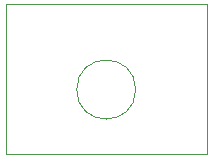
<source format=gbo>
%TF.GenerationSoftware,KiCad,Pcbnew,5.1.7-a382d34a8~88~ubuntu18.04.1*%
%TF.CreationDate,2022-12-01T09:52:47-05:00*%
%TF.ProjectId,Global_Val_Sen_Tem,476c6f62-616c-45f5-9661-6c5f53656e5f,rev?*%
%TF.SameCoordinates,Original*%
%TF.FileFunction,Legend,Bot*%
%TF.FilePolarity,Positive*%
%FSLAX46Y46*%
G04 Gerber Fmt 4.6, Leading zero omitted, Abs format (unit mm)*
G04 Created by KiCad (PCBNEW 5.1.7-a382d34a8~88~ubuntu18.04.1) date 2022-12-01 09:52:47*
%MOMM*%
%LPD*%
G01*
G04 APERTURE LIST*
%ADD10C,0.120000*%
%ADD11O,1.600000X2.400000*%
%ADD12R,1.600000X2.400000*%
%ADD13R,6.000000X7.000000*%
%ADD14O,1.350000X1.350000*%
%ADD15R,1.350000X1.350000*%
%ADD16C,2.200000*%
G04 APERTURE END LIST*
D10*
%TO.C,Termocupla*%
X156500000Y-42800000D02*
G75*
G03*
X156500000Y-42800000I-2500000J0D01*
G01*
X145500000Y-48300000D02*
X162500000Y-48300000D01*
X162500000Y-48300000D02*
X162500000Y-35600000D01*
X145500000Y-35600000D02*
X162500000Y-35600000D01*
X145500000Y-48300000D02*
X145500000Y-35600000D01*
%TD*%
%LPC*%
D11*
%TO.C,IC3*%
X161105000Y-70970000D03*
X145865000Y-63350000D03*
X158565000Y-70970000D03*
X148405000Y-63350000D03*
X156025000Y-70970000D03*
X150945000Y-63350000D03*
X153485000Y-70970000D03*
X153485000Y-63350000D03*
X150945000Y-70970000D03*
X156025000Y-63350000D03*
X148405000Y-70970000D03*
X158565000Y-63350000D03*
X145865000Y-70970000D03*
D12*
X161105000Y-63350000D03*
%TD*%
D13*
%TO.C,Termocupla*%
X150000000Y-53000000D03*
X158000000Y-53000000D03*
%TD*%
D14*
%TO.C,JI_temp*%
X166500000Y-68500000D03*
X166500000Y-66500000D03*
X166500000Y-64500000D03*
X166500000Y-62500000D03*
X166500000Y-60500000D03*
X166500000Y-58500000D03*
X166500000Y-56500000D03*
X166500000Y-54500000D03*
X166500000Y-52500000D03*
X166500000Y-50500000D03*
X166500000Y-48500000D03*
D15*
X166500000Y-46500000D03*
%TD*%
D14*
%TO.C,JD_temp*%
X141500000Y-68500000D03*
X141500000Y-66500000D03*
X141500000Y-64500000D03*
X141500000Y-62500000D03*
X141500000Y-60500000D03*
X141500000Y-58500000D03*
X141500000Y-56500000D03*
X141500000Y-54500000D03*
X141500000Y-52500000D03*
X141500000Y-50500000D03*
X141500000Y-48500000D03*
D15*
X141500000Y-46500000D03*
%TD*%
D16*
%TO.C,Hrs4*%
X165850000Y-42150000D03*
%TD*%
%TO.C,His4*%
X142150000Y-42150000D03*
%TD*%
%TO.C,Hid4*%
X142150000Y-76850000D03*
%TD*%
%TO.C,Hdd4*%
X165850000Y-76850000D03*
%TD*%
M02*

</source>
